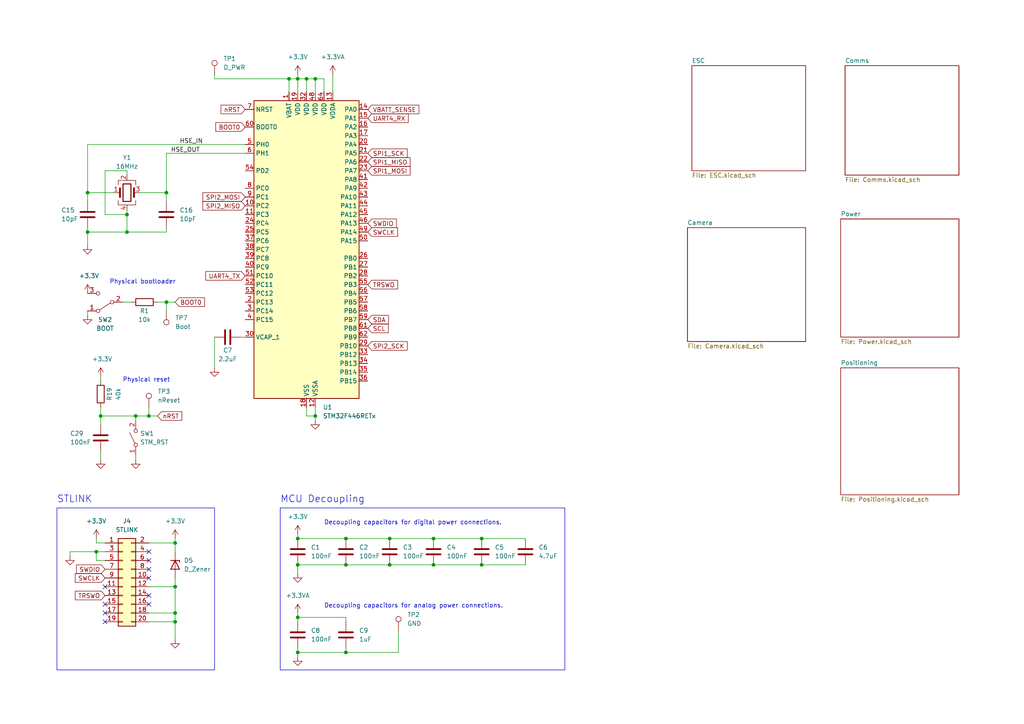
<source format=kicad_sch>
(kicad_sch (version 20230121) (generator eeschema)
  (paper "A4")
  (lib_symbols
    (symbol "Connector:TestPoint" (pin_numbers hide) (pin_names (offset 0.762) hide)
      (property "Reference" "TP" (at 0 6.858 0))
      (property "Value" "TestPoint" (at 0 5.08 0))
      (symbol "TestPoint_0_1"
        (circle (center 0 3.302) (radius 0.762))
      )
      (symbol "TestPoint_1_1"
        (pin passive line (at 0 0 90) (length 2.54) (name "1") (number "1"))
      )
    )
    (symbol "Connector_Generic:Conn_02x10_Odd_Even" (pin_names (offset 1.016) hide)
      (property "Reference" "J" (at 1.27 12.7 0))
      (property "Value" "Conn_02x10_Odd_Even" (at 1.27 -15.24 0))
      (symbol "Conn_02x10_Odd_Even_1_1"
        (rectangle (start -1.27 -12.573) (end 0 -12.827) (stroke (width 0.1524)))
        (rectangle (start -1.27 -10.033) (end 0 -10.287) (stroke (width 0.1524)))
        (rectangle (start -1.27 -7.493) (end 0 -7.747) (stroke (width 0.1524)))
        (rectangle (start -1.27 -4.953) (end 0 -5.207) (stroke (width 0.1524)))
        (rectangle (start -1.27 -2.413) (end 0 -2.667) (stroke (width 0.1524)))
        (rectangle (start -1.27 0.127) (end 0 -0.127) (stroke (width 0.1524)))
        (rectangle (start -1.27 2.667) (end 0 2.413) (stroke (width 0.1524)))
        (rectangle (start -1.27 5.207) (end 0 4.953) (stroke (width 0.1524)))
        (rectangle (start -1.27 7.747) (end 0 7.493) (stroke (width 0.1524)))
        (rectangle (start -1.27 10.287) (end 0 10.033) (stroke (width 0.1524)))
        (rectangle (start -1.27 11.43) (end 3.81 -13.97) (stroke (width 0.254)) (fill (type background)))
        (rectangle (start 3.81 -12.573) (end 2.54 -12.827) (stroke (width 0.1524)))
        (rectangle (start 3.81 -10.033) (end 2.54 -10.287) (stroke (width 0.1524)))
        (rectangle (start 3.81 -7.493) (end 2.54 -7.747) (stroke (width 0.1524)))
        (rectangle (start 3.81 -4.953) (end 2.54 -5.207) (stroke (width 0.1524)))
        (rectangle (start 3.81 -2.413) (end 2.54 -2.667) (stroke (width 0.1524)))
        (rectangle (start 3.81 0.127) (end 2.54 -0.127) (stroke (width 0.1524)))
        (rectangle (start 3.81 2.667) (end 2.54 2.413) (stroke (width 0.1524)))
        (rectangle (start 3.81 5.207) (end 2.54 4.953) (stroke (width 0.1524)))
        (rectangle (start 3.81 7.747) (end 2.54 7.493) (stroke (width 0.1524)))
        (rectangle (start 3.81 10.287) (end 2.54 10.033) (stroke (width 0.1524)))
        (pin passive line (at -5.08 10.16 0) (length 3.81) (name "Pin_1") (number "1"))
        (pin passive line (at 7.62 0 180) (length 3.81) (name "Pin_10") (number "10"))
        (pin passive line (at -5.08 -2.54 0) (length 3.81) (name "Pin_11") (number "11"))
        (pin passive line (at 7.62 -2.54 180) (length 3.81) (name "Pin_12") (number "12"))
        (pin passive line (at -5.08 -5.08 0) (length 3.81) (name "Pin_13") (number "13"))
        (pin passive line (at 7.62 -5.08 180) (length 3.81) (name "Pin_14") (number "14"))
        (pin passive line (at -5.08 -7.62 0) (length 3.81) (name "Pin_15") (number "15"))
        (pin passive line (at 7.62 -7.62 180) (length 3.81) (name "Pin_16") (number "16"))
        (pin passive line (at -5.08 -10.16 0) (length 3.81) (name "Pin_17") (number "17"))
        (pin passive line (at 7.62 -10.16 180) (length 3.81) (name "Pin_18") (number "18"))
        (pin passive line (at -5.08 -12.7 0) (length 3.81) (name "Pin_19") (number "19"))
        (pin passive line (at 7.62 10.16 180) (length 3.81) (name "Pin_2") (number "2"))
        (pin passive line (at 7.62 -12.7 180) (length 3.81) (name "Pin_20") (number "20"))
        (pin passive line (at -5.08 7.62 0) (length 3.81) (name "Pin_3") (number "3"))
        (pin passive line (at 7.62 7.62 180) (length 3.81) (name "Pin_4") (number "4"))
        (pin passive line (at -5.08 5.08 0) (length 3.81) (name "Pin_5") (number "5"))
        (pin passive line (at 7.62 5.08 180) (length 3.81) (name "Pin_6") (number "6"))
        (pin passive line (at -5.08 2.54 0) (length 3.81) (name "Pin_7") (number "7"))
        (pin passive line (at 7.62 2.54 180) (length 3.81) (name "Pin_8") (number "8"))
        (pin passive line (at -5.08 0 0) (length 3.81) (name "Pin_9") (number "9"))
      )
    )
    (symbol "Device:C" (pin_numbers hide) (pin_names (offset 0.254))
      (property "Reference" "C" (at 0.635 2.54 0))
      (property "Value" "C" (at 0.635 -2.54 0))
      (symbol "C_0_1"
        (polyline (pts (xy -2.032 -0.762) (xy 2.032 -0.762)) (stroke (width 0.508)))
        (polyline (pts (xy -2.032 0.762) (xy 2.032 0.762)) (stroke (width 0.508)))
      )
      (symbol "C_1_1"
        (pin passive line (at 0 3.81 270) (length 2.794) (name "~") (number "1"))
        (pin passive line (at 0 -3.81 90) (length 2.794) (name "~") (number "2"))
      )
    )
    (symbol "Device:Crystal_GND24" (pin_names (offset 1.016) hide)
      (property "Reference" "Y" (at 3.175 5.08 0))
      (property "Value" "Crystal_GND24" (at 3.175 3.175 0))
      (symbol "Crystal_GND24_0_1"
        (rectangle (start -1.143 2.54) (end 1.143 -2.54) (stroke (width 0.3048)))
        (polyline (pts (xy -2.54 0) (xy -2.032 0)))
        (polyline (pts (xy -2.032 -1.27) (xy -2.032 1.27)) (stroke (width 0.508)))
        (polyline (pts (xy 0 -3.81) (xy 0 -3.556)))
        (polyline (pts (xy 0 3.556) (xy 0 3.81)))
        (polyline (pts (xy 2.032 -1.27) (xy 2.032 1.27)) (stroke (width 0.508)))
        (polyline (pts (xy 2.032 0) (xy 2.54 0)))
        (polyline (pts (xy -2.54 -2.286) (xy -2.54 -3.556) (xy 2.54 -3.556) (xy 2.54 -2.286)))
        (polyline (pts (xy -2.54 2.286) (xy -2.54 3.556) (xy 2.54 3.556) (xy 2.54 2.286)))
      )
      (symbol "Crystal_GND24_1_1"
        (pin passive line (at -3.81 0 0) (length 1.27) (name "1") (number "1"))
        (pin passive line (at 0 5.08 270) (length 1.27) (name "2") (number "2"))
        (pin passive line (at 3.81 0 180) (length 1.27) (name "3") (number "3"))
        (pin passive line (at 0 -5.08 90) (length 1.27) (name "4") (number "4"))
      )
    )
    (symbol "Device:D_Zener" (pin_numbers hide) (pin_names (offset 1.016) hide)
      (property "Reference" "D" (at 0 2.54 0))
      (property "Value" "D_Zener" (at 0 -2.54 0))
      (symbol "D_Zener_0_1"
        (polyline (pts (xy 1.27 0) (xy -1.27 0)))
        (polyline (pts (xy -1.27 -1.27) (xy -1.27 1.27) (xy -0.762 1.27)) (stroke (width 0.254)))
        (polyline (pts (xy 1.27 -1.27) (xy 1.27 1.27) (xy -1.27 0) (xy 1.27 -1.27)) (stroke (width 0.254)))
      )
      (symbol "D_Zener_1_1"
        (pin passive line (at -3.81 0 0) (length 2.54) (name "K") (number "1"))
        (pin passive line (at 3.81 0 180) (length 2.54) (name "A") (number "2"))
      )
    )
    (symbol "Device:R" (pin_numbers hide) (pin_names (offset 0))
      (property "Reference" "R" (at 2.032 0 90))
      (property "Value" "R" (at 0 0 90))
      (symbol "R_0_1"
        (rectangle (start -1.016 -2.54) (end 1.016 2.54) (stroke (width 0.254)))
      )
      (symbol "R_1_1"
        (pin passive line (at 0 3.81 270) (length 1.27) (name "~") (number "1"))
        (pin passive line (at 0 -3.81 90) (length 1.27) (name "~") (number "2"))
      )
    )
    (symbol "MCU_ST_STM32F4:STM32F446RETx"
      (property "Reference" "U" (at -15.24 44.45 0))
      (property "Value" "STM32F446RETx" (at 10.16 44.45 0))
      (symbol "STM32F446RETx_0_1"
        (rectangle (start -15.24 -43.18) (end 15.24 43.18) (stroke (width 0.254)) (fill (type background)))
      )
      (symbol "STM32F446RETx_1_1"
        (pin power_in line (at -5.08 45.72 270) (length 2.54) (name "VBAT") (number "1"))
        (pin bidirectional line (at -17.78 12.7 0) (length 2.54) (name "PC2") (number "10"))
        (pin bidirectional line (at -17.78 10.16 0) (length 2.54) (name "PC3") (number "11"))
        (pin power_in line (at 2.54 -45.72 90) (length 2.54) (name "VSSA") (number "12"))
        (pin power_in line (at 7.62 45.72 270) (length 2.54) (name "VDDA") (number "13"))
        (pin bidirectional line (at 17.78 40.64 180) (length 2.54) (name "PA0") (number "14"))
        (pin bidirectional line (at 17.78 38.1 180) (length 2.54) (name "PA1") (number "15"))
        (pin bidirectional line (at 17.78 35.56 180) (length 2.54) (name "PA2") (number "16"))
        (pin bidirectional line (at 17.78 33.02 180) (length 2.54) (name "PA3") (number "17"))
        (pin power_in line (at 0 -45.72 90) (length 2.54) (name "VSS") (number "18"))
        (pin power_in line (at -2.54 45.72 270) (length 2.54) (name "VDD") (number "19"))
        (pin bidirectional line (at -17.78 -15.24 0) (length 2.54) (name "PC13") (number "2"))
        (pin bidirectional line (at 17.78 30.48 180) (length 2.54) (name "PA4") (number "20"))
        (pin bidirectional line (at 17.78 27.94 180) (length 2.54) (name "PA5") (number "21"))
        (pin bidirectional line (at 17.78 25.4 180) (length 2.54) (name "PA6") (number "22"))
        (pin bidirectional line (at 17.78 22.86 180) (length 2.54) (name "PA7") (number "23"))
        (pin bidirectional line (at -17.78 7.62 0) (length 2.54) (name "PC4") (number "24"))
        (pin bidirectional line (at -17.78 5.08 0) (length 2.54) (name "PC5") (number "25"))
        (pin bidirectional line (at 17.78 -2.54 180) (length 2.54) (name "PB0") (number "26"))
        (pin bidirectional line (at 17.78 -5.08 180) (length 2.54) (name "PB1") (number "27"))
        (pin bidirectional line (at 17.78 -7.62 180) (length 2.54) (name "PB2") (number "28"))
        (pin bidirectional line (at 17.78 -27.94 180) (length 2.54) (name "PB10") (number "29"))
        (pin bidirectional line (at -17.78 -17.78 0) (length 2.54) (name "PC14") (number "3"))
        (pin power_out line (at -17.78 -25.4 0) (length 2.54) (name "VCAP_1") (number "30"))
        (pin passive line (at 0 -45.72 90) (length 2.54) hide (name "VSS") (number "31"))
        (pin power_in line (at 0 45.72 270) (length 2.54) (name "VDD") (number "32"))
        (pin bidirectional line (at 17.78 -30.48 180) (length 2.54) (name "PB12") (number "33"))
        (pin bidirectional line (at 17.78 -33.02 180) (length 2.54) (name "PB13") (number "34"))
        (pin bidirectional line (at 17.78 -35.56 180) (length 2.54) (name "PB14") (number "35"))
        (pin bidirectional line (at 17.78 -38.1 180) (length 2.54) (name "PB15") (number "36"))
        (pin bidirectional line (at -17.78 2.54 0) (length 2.54) (name "PC6") (number "37"))
        (pin bidirectional line (at -17.78 0 0) (length 2.54) (name "PC7") (number "38"))
        (pin bidirectional line (at -17.78 -2.54 0) (length 2.54) (name "PC8") (number "39"))
        (pin bidirectional line (at -17.78 -20.32 0) (length 2.54) (name "PC15") (number "4"))
        (pin bidirectional line (at -17.78 -5.08 0) (length 2.54) (name "PC9") (number "40"))
        (pin bidirectional line (at 17.78 20.32 180) (length 2.54) (name "PA8") (number "41"))
        (pin bidirectional line (at 17.78 17.78 180) (length 2.54) (name "PA9") (number "42"))
        (pin bidirectional line (at 17.78 15.24 180) (length 2.54) (name "PA10") (number "43"))
        (pin bidirectional line (at 17.78 12.7 180) (length 2.54) (name "PA11") (number "44"))
        (pin bidirectional line (at 17.78 10.16 180) (length 2.54) (name "PA12") (number "45"))
        (pin bidirectional line (at 17.78 7.62 180) (length 2.54) (name "PA13") (number "46"))
        (pin passive line (at 0 -45.72 90) (length 2.54) hide (name "VSS") (number "47"))
        (pin power_in line (at 2.54 45.72 270) (length 2.54) (name "VDD") (number "48"))
        (pin bidirectional line (at 17.78 5.08 180) (length 2.54) (name "PA14") (number "49"))
        (pin bidirectional line (at -17.78 30.48 0) (length 2.54) (name "PH0") (number "5"))
        (pin bidirectional line (at 17.78 2.54 180) (length 2.54) (name "PA15") (number "50"))
        (pin bidirectional line (at -17.78 -7.62 0) (length 2.54) (name "PC10") (number "51"))
        (pin bidirectional line (at -17.78 -10.16 0) (length 2.54) (name "PC11") (number "52"))
        (pin bidirectional line (at -17.78 -12.7 0) (length 2.54) (name "PC12") (number "53"))
        (pin bidirectional line (at -17.78 22.86 0) (length 2.54) (name "PD2") (number "54"))
        (pin bidirectional line (at 17.78 -10.16 180) (length 2.54) (name "PB3") (number "55"))
        (pin bidirectional line (at 17.78 -12.7 180) (length 2.54) (name "PB4") (number "56"))
        (pin bidirectional line (at 17.78 -15.24 180) (length 2.54) (name "PB5") (number "57"))
        (pin bidirectional line (at 17.78 -17.78 180) (length 2.54) (name "PB6") (number "58"))
        (pin bidirectional line (at 17.78 -20.32 180) (length 2.54) (name "PB7") (number "59"))
        (pin bidirectional line (at -17.78 27.94 0) (length 2.54) (name "PH1") (number "6"))
        (pin input line (at -17.78 35.56 0) (length 2.54) (name "BOOT0") (number "60"))
        (pin bidirectional line (at 17.78 -22.86 180) (length 2.54) (name "PB8") (number "61"))
        (pin bidirectional line (at 17.78 -25.4 180) (length 2.54) (name "PB9") (number "62"))
        (pin passive line (at 0 -45.72 90) (length 2.54) hide (name "VSS") (number "63"))
        (pin power_in line (at 5.08 45.72 270) (length 2.54) (name "VDD") (number "64"))
        (pin input line (at -17.78 40.64 0) (length 2.54) (name "NRST") (number "7"))
        (pin bidirectional line (at -17.78 17.78 0) (length 2.54) (name "PC0") (number "8"))
        (pin bidirectional line (at -17.78 15.24 0) (length 2.54) (name "PC1") (number "9"))
      )
    )
    (symbol "Switch:SW_SPDT" (pin_names (offset 0) hide)
      (property "Reference" "SW" (at 0 4.318 0))
      (property "Value" "SW_SPDT" (at 0 -5.08 0))
      (symbol "SW_SPDT_0_0"
        (circle (center -2.032 0) (radius 0.508))
        (circle (center 2.032 -2.54) (radius 0.508))
      )
      (symbol "SW_SPDT_0_1"
        (polyline (pts (xy -1.524 0.254) (xy 1.651 2.286)))
        (circle (center 2.032 2.54) (radius 0.508))
      )
      (symbol "SW_SPDT_1_1"
        (pin passive line (at 5.08 2.54 180) (length 2.54) (name "A") (number "1"))
        (pin passive line (at -5.08 0 0) (length 2.54) (name "B") (number "2"))
        (pin passive line (at 5.08 -2.54 180) (length 2.54) (name "C") (number "3"))
      )
    )
    (symbol "Switch:SW_SPST" (pin_names (offset 0) hide)
      (property "Reference" "SW" (at 0 3.175 0))
      (property "Value" "SW_SPST" (at 0 -2.54 0))
      (symbol "SW_SPST_0_0"
        (circle (center -2.032 0) (radius 0.508))
        (polyline (pts (xy -1.524 0.254) (xy 1.524 1.778)))
        (circle (center 2.032 0) (radius 0.508))
      )
      (symbol "SW_SPST_1_1"
        (pin passive line (at -5.08 0 0) (length 2.54) (name "A") (number "1"))
        (pin passive line (at 5.08 0 180) (length 2.54) (name "B") (number "2"))
      )
    )
    (symbol "power:+3.3V" (power) (pin_names (offset 0))
      (property "Value" "+3.3V" (at 0 3.556 0))
      (symbol "+3.3V_0_1"
        (polyline (pts (xy -0.762 1.27) (xy 0 2.54)))
        (polyline (pts (xy 0 0) (xy 0 2.54)))
        (polyline (pts (xy 0 2.54) (xy 0.762 1.27)))
      )
      (symbol "+3.3V_1_1"
        (pin power_in line (at 0 0 90) (length 0) hide (name "+3.3V") (number "1"))
      )
    )
    (symbol "power:+3.3VA" (power) (pin_names (offset 0))
      (property "Value" "+3.3VA" (at 0 3.556 0))
      (symbol "+3.3VA_0_1"
        (polyline (pts (xy -0.762 1.27) (xy 0 2.54)))
        (polyline (pts (xy 0 0) (xy 0 2.54)))
        (polyline (pts (xy 0 2.54) (xy 0.762 1.27)))
      )
      (symbol "+3.3VA_1_1"
        (pin power_in line (at 0 0 90) (length 0) hide (name "+3.3VA") (number "1"))
      )
    )
    (symbol "power:GND" (power) (pin_names (offset 0))
      (property "Value" "GND" (at 0 -3.81 0))
      (symbol "GND_0_1"
        (polyline (pts (xy 0 0) (xy 0 -1.27) (xy 1.27 -1.27) (xy 0 -2.54) (xy -1.27 -1.27) (xy 0 -1.27)))
      )
      (symbol "GND_1_1"
        (pin power_in line (at 0 0 270) (length 0) hide (name "GND") (number "1"))
      )
    )
  )
  (junction (at 83.82 22.86))
  (junction (at 36.83 62.23))
  (junction (at 50.8 177.8))
  (junction (at 39.37 120.65))
  (junction (at 48.26 55.88))
  (junction (at 25.4 55.88))
  (junction (at 91.44 120.65))
  (junction (at 113.03 163.83))
  (junction (at 86.36 189.23))
  (junction (at 100.33 189.23))
  (junction (at 50.8 157.48))
  (junction (at 86.36 179.07))
  (junction (at 36.83 67.31))
  (junction (at 91.44 22.86))
  (junction (at 86.36 22.86))
  (junction (at 86.36 163.83))
  (junction (at 25.4 67.31))
  (junction (at 43.18 120.65))
  (junction (at 50.8 180.34))
  (junction (at 27.94 160.02))
  (junction (at 48.26 87.63))
  (junction (at 86.36 156.21))
  (junction (at 88.9 22.86))
  (junction (at 29.21 120.65))
  (junction (at 100.33 163.83))
  (junction (at 113.03 156.21))
  (junction (at 139.7 156.21))
  (junction (at 125.73 163.83))
  (junction (at 50.8 170.18))
  (junction (at 100.33 156.21))
  (junction (at 139.7 163.83))
  (junction (at 125.73 156.21))
  (no_connect (at 30.48 170.18))
  (no_connect (at 43.18 162.56))
  (no_connect (at 43.18 165.1))
  (no_connect (at 43.18 160.02))
  (no_connect (at 30.48 177.8))
  (no_connect (at 30.48 175.26))
  (no_connect (at 43.18 175.26))
  (no_connect (at 43.18 172.72))
  (no_connect (at 30.48 180.34))
  (no_connect (at 43.18 167.64))
  (wire (pts (xy 91.44 120.65) (xy 91.44 121.92)))
  (wire (pts (xy 96.52 21.59) (xy 96.52 26.67)))
  (wire (pts (xy 48.26 67.31) (xy 36.83 67.31)))
  (wire (pts (xy 86.36 21.59) (xy 86.36 22.86)))
  (wire (pts (xy 48.26 90.17) (xy 48.26 87.63)))
  (wire (pts (xy 115.57 182.88) (xy 115.57 189.23)))
  (wire (pts (xy 100.33 156.21) (xy 113.03 156.21)))
  (wire (pts (xy 36.83 67.31) (xy 36.83 62.23)))
  (wire (pts (xy 50.8 177.8) (xy 50.8 170.18)))
  (wire (pts (xy 88.9 22.86) (xy 91.44 22.86)))
  (wire (pts (xy 25.4 55.88) (xy 25.4 58.42)))
  (wire (pts (xy 88.9 118.11) (xy 88.9 120.65)))
  (wire (pts (xy 27.94 160.02) (xy 30.48 160.02)))
  (wire (pts (xy 43.18 180.34) (xy 50.8 180.34)))
  (wire (pts (xy 29.21 109.22) (xy 29.21 110.49)))
  (wire (pts (xy 43.18 118.11) (xy 43.18 120.65)))
  (wire (pts (xy 83.82 22.86) (xy 86.36 22.86)))
  (wire (pts (xy 36.83 62.23) (xy 36.83 60.96)))
  (wire (pts (xy 30.48 162.56) (xy 27.94 162.56)))
  (wire (pts (xy 86.36 163.83) (xy 86.36 166.37)))
  (wire (pts (xy 93.98 26.67) (xy 93.98 22.86)))
  (wire (pts (xy 39.37 121.92) (xy 39.37 120.65)))
  (wire (pts (xy 43.18 177.8) (xy 50.8 177.8)))
  (wire (pts (xy 100.33 180.34) (xy 100.33 179.07)))
  (wire (pts (xy 62.23 97.79) (xy 62.23 106.68)))
  (wire (pts (xy 29.21 120.65) (xy 39.37 120.65)))
  (wire (pts (xy 62.23 21.59) (xy 62.23 22.86)))
  (wire (pts (xy 29.21 133.35) (xy 29.21 130.81)))
  (wire (pts (xy 125.73 163.83) (xy 139.7 163.83)))
  (wire (pts (xy 29.21 120.65) (xy 29.21 123.19)))
  (wire (pts (xy 91.44 22.86) (xy 93.98 22.86)))
  (wire (pts (xy 62.23 22.86) (xy 83.82 22.86)))
  (wire (pts (xy 30.48 49.53) (xy 36.83 49.53)))
  (wire (pts (xy 50.8 87.63) (xy 48.26 87.63)))
  (wire (pts (xy 25.4 66.04) (xy 25.4 67.31)))
  (wire (pts (xy 83.82 26.67) (xy 83.82 22.86)))
  (wire (pts (xy 48.26 55.88) (xy 40.64 55.88)))
  (wire (pts (xy 86.36 156.21) (xy 100.33 156.21)))
  (wire (pts (xy 27.94 157.48) (xy 30.48 157.48)))
  (wire (pts (xy 43.18 120.65) (xy 45.72 120.65)))
  (wire (pts (xy 113.03 156.21) (xy 125.73 156.21)))
  (wire (pts (xy 113.03 163.83) (xy 125.73 163.83)))
  (wire (pts (xy 100.33 187.96) (xy 100.33 189.23)))
  (wire (pts (xy 39.37 133.35) (xy 39.37 132.08)))
  (wire (pts (xy 48.26 66.04) (xy 48.26 67.31)))
  (wire (pts (xy 48.26 87.63) (xy 45.72 87.63)))
  (wire (pts (xy 48.26 44.45) (xy 48.26 55.88)))
  (wire (pts (xy 50.8 167.64) (xy 50.8 170.18)))
  (wire (pts (xy 86.36 22.86) (xy 88.9 22.86)))
  (wire (pts (xy 43.18 170.18) (xy 50.8 170.18)))
  (wire (pts (xy 25.4 91.44) (xy 25.4 90.17)))
  (wire (pts (xy 33.02 55.88) (xy 25.4 55.88)))
  (wire (pts (xy 50.8 157.48) (xy 50.8 160.02)))
  (wire (pts (xy 88.9 120.65) (xy 91.44 120.65)))
  (wire (pts (xy 100.33 189.23) (xy 86.36 189.23)))
  (wire (pts (xy 50.8 157.48) (xy 43.18 157.48)))
  (wire (pts (xy 91.44 118.11) (xy 91.44 120.65)))
  (wire (pts (xy 48.26 55.88) (xy 48.26 58.42)))
  (wire (pts (xy 39.37 120.65) (xy 43.18 120.65)))
  (wire (pts (xy 86.36 190.5) (xy 86.36 189.23)))
  (wire (pts (xy 25.4 55.88) (xy 25.4 41.91)))
  (wire (pts (xy 139.7 156.21) (xy 152.4 156.21)))
  (wire (pts (xy 27.94 156.21) (xy 27.94 157.48)))
  (wire (pts (xy 50.8 180.34) (xy 50.8 177.8)))
  (wire (pts (xy 86.36 163.83) (xy 100.33 163.83)))
  (wire (pts (xy 139.7 163.83) (xy 152.4 163.83)))
  (wire (pts (xy 71.12 97.79) (xy 69.85 97.79)))
  (wire (pts (xy 88.9 22.86) (xy 88.9 26.67)))
  (wire (pts (xy 36.83 49.53) (xy 36.83 50.8)))
  (wire (pts (xy 35.56 87.63) (xy 38.1 87.63)))
  (wire (pts (xy 100.33 189.23) (xy 115.57 189.23)))
  (wire (pts (xy 30.48 49.53) (xy 30.48 62.23)))
  (wire (pts (xy 86.36 154.94) (xy 86.36 156.21)))
  (wire (pts (xy 48.26 44.45) (xy 71.12 44.45)))
  (wire (pts (xy 20.32 160.02) (xy 27.94 160.02)))
  (wire (pts (xy 86.36 189.23) (xy 86.36 187.96)))
  (wire (pts (xy 86.36 22.86) (xy 86.36 26.67)))
  (wire (pts (xy 27.94 162.56) (xy 27.94 160.02)))
  (wire (pts (xy 86.36 177.8) (xy 86.36 179.07)))
  (wire (pts (xy 125.73 156.21) (xy 139.7 156.21)))
  (wire (pts (xy 30.48 62.23) (xy 36.83 62.23)))
  (wire (pts (xy 50.8 156.21) (xy 50.8 157.48)))
  (wire (pts (xy 91.44 26.67) (xy 91.44 22.86)))
  (wire (pts (xy 20.32 160.02) (xy 20.32 161.29)))
  (wire (pts (xy 25.4 67.31) (xy 36.83 67.31)))
  (wire (pts (xy 29.21 118.11) (xy 29.21 120.65)))
  (wire (pts (xy 25.4 67.31) (xy 25.4 71.12)))
  (wire (pts (xy 86.36 179.07) (xy 86.36 180.34)))
  (wire (pts (xy 50.8 185.42) (xy 50.8 180.34)))
  (wire (pts (xy 25.4 41.91) (xy 71.12 41.91)))
  (wire (pts (xy 100.33 179.07) (xy 86.36 179.07)))
  (wire (pts (xy 100.33 163.83) (xy 113.03 163.83)))
  (rectangle (start 81.28 147.32) (end 163.83 194.31))
  (rectangle (start 16.51 147.32) (end 62.23 194.31))
  (text "STLINK\n" (at 16.51 146.05 0) (effects (font (size 2 2)) (justify left bottom)))
  (text "MCU Decoupling\n" (at 81.28 146.05 0) (effects (font (size 2 2)) (justify left bottom)))
  (text "Physical reset\n\n" (at 35.56 113.03 0) (effects (font (size 1.27 1.27)) (justify left bottom)))
  (text "Physical bootloader\n" (at 31.75 82.55 0) (effects (font (size 1.27 1.27)) (justify left bottom)))
  (text "Decoupling capacitors for digital power connections.\n" (at 93.98 152.4 0) (effects (font (size 1.27 1.27)) (justify left bottom)))
  (text "Decoupling capacitors for analog power connections.\n" (at 93.98 176.53 0) (effects (font (size 1.27 1.27)) (justify left bottom)))
  (label "HSE_OUT" (at 49.53 44.45 0))
  (label "HSE_IN" (at 52.07 41.91 0))
  (global_label "SWCLK" (shape input) (at 30.48 167.64 180) (property "Intersheetrefs" "${INTERSHEET_REFS}" (effects hide)))
  (global_label "nRST" (shape input) (at 71.12 31.75 180) (property "Intersheetrefs" "${INTERSHEET_REFS}" (effects hide)))
  (global_label "SPI2_SCK" (shape input) (at 106.68 100.33 0) (property "Intersheetrefs" "${INTERSHEET_REFS}" (effects hide)))
  (global_label "SWDIO" (shape input) (at 30.48 165.1 180) (property "Intersheetrefs" "${INTERSHEET_REFS}" (effects hide)))
  (global_label "SPI2_MISO" (shape input) (at 71.12 59.69 180) (property "Intersheetrefs" "${INTERSHEET_REFS}" (effects hide)))
  (global_label "BOOT0" (shape input) (at 50.8 87.63 0) (property "Intersheetrefs" "${INTERSHEET_REFS}" (effects hide)))
  (global_label "VBATT_SENSE" (shape input) (at 106.68 31.75 0) (property "Intersheetrefs" "${INTERSHEET_REFS}" (effects hide)))
  (global_label "UART4_TX" (shape input) (at 71.12 80.01 180) (property "Intersheetrefs" "${INTERSHEET_REFS}" (effects hide)))
  (global_label "SWCLK" (shape input) (at 106.68 67.31 0) (property "Intersheetrefs" "${INTERSHEET_REFS}" (effects hide)))
  (global_label "TRSWO" (shape input) (at 106.68 82.55 0) (property "Intersheetrefs" "${INTERSHEET_REFS}" (effects hide)))
  (global_label "SPI1_SCK" (shape input) (at 106.68 44.45 0) (property "Intersheetrefs" "${INTERSHEET_REFS}" (effects hide)))
  (global_label "UART4_RX" (shape input) (at 106.68 34.29 0) (property "Intersheetrefs" "${INTERSHEET_REFS}" (effects hide)))
  (global_label "SPI1_MOSI" (shape input) (at 106.68 49.53 0) (property "Intersheetrefs" "${INTERSHEET_REFS}" (effects hide)))
  (global_label "BOOT0" (shape input) (at 71.12 36.83 180) (property "Intersheetrefs" "${INTERSHEET_REFS}" (effects hide)))
  (global_label "SPI1_MISO" (shape input) (at 106.68 46.99 0) (property "Intersheetrefs" "${INTERSHEET_REFS}" (effects hide)))
  (global_label "nRST" (shape input) (at 45.72 120.65 0) (property "Intersheetrefs" "${INTERSHEET_REFS}" (effects hide)))
  (global_label "SPI2_MOSI" (shape input) (at 71.12 57.15 180) (property "Intersheetrefs" "${INTERSHEET_REFS}" (effects hide)))
  (global_label "TRSWO" (shape input) (at 30.48 172.72 180) (property "Intersheetrefs" "${INTERSHEET_REFS}" (effects hide)))
  (global_label "SDA" (shape input) (at 106.68 92.71 0) (property "Intersheetrefs" "${INTERSHEET_REFS}" (effects hide)))
  (global_label "SCL" (shape input) (at 106.68 95.25 0) (property "Intersheetrefs" "${INTERSHEET_REFS}" (effects hide)))
  (global_label "SWDIO" (shape input) (at 106.68 64.77 0) (property "Intersheetrefs" "${INTERSHEET_REFS}" (effects hide)))
  (symbol (lib_id "MCU_ST_STM32F4:STM32F446RETx") (at 88.9 72.39 0) (unit 1)
    (property "Reference" "U1" (at 93.6341 118.11 0) (effects (justify left)))
    (property "Value" "STM32F446RETx" (at 93.6341 120.65 0) (effects (justify left)))
    (property "Footprint" "Package_QFP:LQFP-64_10x10mm_P0.5mm" (effects hide))
    (property "Datasheet" "https://www.st.com/resource/en/datasheet/stm32f446re.pdf" (effects hide))
  )
  (symbol (lib_id "power:GND") (at 86.36 190.5 0) (unit 1)
    (property "Reference" "#PWR08" (effects hide))
    (property "Value" "GND" (effects hide))
  )
  (symbol (lib_id "power:GND") (at 29.21 133.35 0) (unit 1)
    (property "Reference" "#PWR060" (effects hide))
    (property "Value" "GND" (effects hide))
  )
  (symbol (lib_id "Device:C") (at 125.73 160.02 0) (unit 1)
    (property "Reference" "C4" (at 129.54 158.75 0) (effects (justify left)))
    (property "Value" "100nF" (at 129.54 161.29 0) (effects (justify left)))
    (property "Footprint" "Capacitor_SMD:C_0603_1608Metric" (effects hide))
    (property "Datasheet" "~ceramic" (effects hide))
  )
  (symbol (lib_id "Connector:TestPoint") (at 115.57 182.88 0) (unit 1)
    (property "Reference" "TP2" (at 118.11 178.308 0) (effects (justify left)))
    (property "Value" "GND" (at 118.11 180.848 0) (effects (justify left)))
    (property "Footprint" "TestPoint:TestPoint_Pad_D2.0mm" (effects hide))
  )
  (symbol (lib_id "power:GND") (at 20.32 161.29 0) (unit 1)
    (property "Reference" "#PWR026" (effects hide))
    (property "Value" "GND" (effects hide))
  )
  (symbol (lib_id "Connector:TestPoint") (at 48.26 90.17 180) (unit 1)
    (property "Reference" "TP7" (at 50.8 92.202 0) (effects (justify right)))
    (property "Value" "Boot" (at 50.8 94.742 0) (effects (justify right)))
    (property "Footprint" "TestPoint:TestPoint_Pad_D2.0mm" (effects hide))
  )
  (symbol (lib_id "Device:C") (at 139.7 160.02 0) (unit 1)
    (property "Reference" "C5" (at 143.51 158.75 0) (effects (justify left)))
    (property "Value" "100nF" (at 143.51 161.29 0) (effects (justify left)))
    (property "Footprint" "Capacitor_SMD:C_0603_1608Metric" (effects hide))
    (property "Datasheet" "~ceramic" (effects hide))
  )
  (symbol (lib_id "Device:C") (at 152.4 160.02 0) (unit 1)
    (property "Reference" "C6" (at 156.21 158.75 0) (effects (justify left)))
    (property "Value" "4.7uF" (at 156.21 161.29 0) (effects (justify left)))
    (property "Datasheet" "~ ceramic" (effects hide))
  )
  (symbol (lib_id "power:GND") (at 25.4 91.44 0) (unit 1)
    (property "Reference" "#PWR010" (effects hide))
    (property "Value" "GND" (effects hide))
  )
  (symbol (lib_id "power:GND") (at 50.8 185.42 0) (unit 1)
    (property "Reference" "#PWR027" (effects hide))
    (property "Value" "GND" (effects hide))
  )
  (symbol (lib_id "power:GND") (at 91.44 121.92 0) (unit 1)
    (property "Reference" "#PWR02" (effects hide))
    (property "Value" "GND" (effects hide))
  )
  (symbol (lib_id "Connector_Generic:Conn_02x10_Odd_Even") (at 35.56 167.64 0) (unit 1)
    (property "Reference" "J4" (at 36.83 151.13 0))
    (property "Value" "STLINK" (at 36.83 153.67 0))
  )
  (symbol (lib_id "power:GND") (at 62.23 106.68 0) (unit 1)
    (property "Reference" "#PWR05" (effects hide))
    (property "Value" "GND" (effects hide))
  )
  (symbol (lib_id "Device:C") (at 29.21 127 0) (unit 1)
    (property "Reference" "C29" (at 20.32 125.73 0) (effects (justify left)))
    (property "Value" "100nF" (at 20.32 128.27 0) (effects (justify left)))
  )
  (symbol (lib_id "power:+3.3VA") (at 86.36 177.8 0) (unit 1)
    (property "Reference" "#PWR07" (effects hide))
    (property "Value" "+3.3VA" (at 86.36 172.72 0))
  )
  (symbol (lib_id "power:GND") (at 86.36 166.37 0) (unit 1)
    (property "Reference" "#PWR04" (effects hide))
    (property "Value" "GND" (effects hide))
  )
  (symbol (lib_id "Switch:SW_SPDT") (at 30.48 87.63 180) (unit 1)
    (property "Reference" "SW2" (at 30.48 92.71 0))
    (property "Value" "BOOT" (at 30.48 95.25 0))
  )
  (symbol (lib_id "Connector:TestPoint") (at 43.18 118.11 0) (unit 1)
    (property "Reference" "TP3" (at 45.72 113.538 0) (effects (justify left)))
    (property "Value" "nReset" (at 45.72 116.078 0) (effects (justify left)))
    (property "Footprint" "TestPoint:TestPoint_Pad_D2.0mm" (effects hide))
  )
  (symbol (lib_id "Device:R") (at 41.91 87.63 90) (unit 1)
    (property "Reference" "R1" (at 41.91 90.17 90))
    (property "Value" "10k" (at 41.91 92.71 90))
    (property "Footprint" "Resistor_SMD:R_0603_1608Metric" (effects hide))
  )
  (symbol (lib_id "power:GND") (at 39.37 133.35 0) (unit 1)
    (property "Reference" "#PWR061" (effects hide))
    (property "Value" "GND" (effects hide))
  )
  (symbol (lib_id "power:+3.3V") (at 29.21 109.22 0) (unit 1)
    (property "Reference" "#PWR059" (effects hide))
    (property "Value" "+3.3V" (at 26.67 104.14 0) (effects (justify left)))
  )
  (symbol (lib_id "Device:D_Zener") (at 50.8 163.83 270) (unit 1)
    (property "Reference" "D5" (at 53.34 162.56 90) (effects (justify left)))
    (property "Value" "D_Zener" (at 53.34 165.1 90) (effects (justify left)))
  )
  (symbol (lib_id "Device:C") (at 66.04 97.79 90) (unit 1)
    (property "Reference" "C7" (at 66.04 101.6 90))
    (property "Value" "2.2uF" (at 66.04 104.14 90))
    (property "Datasheet" "~ ceramic" (effects hide))
  )
  (symbol (lib_id "power:+3.3V") (at 25.4 85.09 0) (unit 1)
    (property "Reference" "#PWR09" (effects hide))
    (property "Value" "+3.3V" (at 22.86 80.01 0) (effects (justify left)))
  )
  (symbol (lib_id "power:+3.3V") (at 86.36 154.94 0) (unit 1)
    (property "Reference" "#PWR03" (effects hide))
    (property "Value" "+3.3V" (at 86.36 149.86 0))
  )
  (symbol (lib_id "Device:C") (at 86.36 160.02 0) (unit 1)
    (property "Reference" "C1" (at 90.17 158.75 0) (effects (justify left)))
    (property "Value" "100nF" (at 90.17 161.29 0) (effects (justify left)))
    (property "Footprint" "Capacitor_SMD:C_0603_1608Metric" (effects hide))
    (property "Datasheet" "~ceramic" (effects hide))
  )
  (symbol (lib_id "Device:C") (at 100.33 184.15 0) (unit 1)
    (property "Reference" "C9" (at 104.14 182.88 0) (effects (justify left)))
    (property "Value" "1uF" (at 104.14 185.42 0) (effects (justify left)))
    (property "Datasheet" "~ ceramic" (effects hide))
  )
  (symbol (lib_id "power:+3.3VA") (at 96.52 21.59 0) (unit 1)
    (property "Reference" "#PWR06" (effects hide))
    (property "Value" "+3.3VA" (at 96.52 16.51 0))
  )
  (symbol (lib_id "Device:C") (at 48.26 62.23 0) (unit 1)
    (property "Reference" "C16" (at 52.07 60.96 0) (effects (justify left)))
    (property "Value" "10pF" (at 52.07 63.5 0) (effects (justify left)))
  )
  (symbol (lib_id "Device:C") (at 25.4 62.23 0) (unit 1)
    (property "Reference" "C15" (at 17.78 60.96 0) (effects (justify left)))
    (property "Value" "10pF" (at 17.78 63.5 0) (effects (justify left)))
  )
  (symbol (lib_id "power:GND") (at 25.4 71.12 0) (unit 1)
    (property "Reference" "#PWR028" (effects hide))
    (property "Value" "GND" (effects hide))
  )
  (symbol (lib_id "power:+3.3V") (at 27.94 156.21 0) (unit 1)
    (property "Reference" "#PWR025" (effects hide))
    (property "Value" "+3.3V" (at 27.94 151.13 0))
  )
  (symbol (lib_id "Switch:SW_SPST") (at 39.37 127 90) (unit 1)
    (property "Reference" "SW1" (at 40.64 125.73 90) (effects (justify right)))
    (property "Value" "STM_RST" (at 40.64 128.27 90) (effects (justify right)))
  )
  (symbol (lib_id "power:+3.3V") (at 86.36 21.59 0) (unit 1)
    (property "Reference" "#PWR01" (effects hide))
    (property "Value" "+3.3V" (at 86.36 16.51 0))
  )
  (symbol (lib_id "Connector:TestPoint") (at 62.23 21.59 0) (unit 1)
    (property "Reference" "TP1" (at 64.77 17.018 0) (effects (justify left)))
    (property "Value" "D_PWR" (at 64.77 19.558 0) (effects (justify left)))
    (property "Footprint" "TestPoint:TestPoint_Pad_D2.0mm" (effects hide))
  )
  (symbol (lib_id "Device:C") (at 100.33 160.02 0) (unit 1)
    (property "Reference" "C2" (at 104.14 158.75 0) (effects (justify left)))
    (property "Value" "100nF" (at 104.14 161.29 0) (effects (justify left)))
    (property "Footprint" "Capacitor_SMD:C_0603_1608Metric" (effects hide))
    (property "Datasheet" "~ceramic" (effects hide))
  )
  (symbol (lib_id "Device:R") (at 29.21 114.3 180) (unit 1)
    (property "Reference" "R19" (at 31.75 114.3 90))
    (property "Value" "40k" (at 34.29 114.3 90))
    (property "Footprint" "Resistor_SMD:R_0603_1608Metric" (effects hide))
  )
  (symbol (lib_id "Device:C") (at 113.03 160.02 0) (unit 1)
    (property "Reference" "C3" (at 116.84 158.75 0) (effects (justify left)))
    (property "Value" "100nF" (at 116.84 161.29 0) (effects (justify left)))
    (property "Footprint" "Capacitor_SMD:C_0603_1608Metric" (effects hide))
    (property "Datasheet" "~ceramic" (effects hide))
  )
  (symbol (lib_id "Device:Crystal_GND24") (at 36.83 55.88 0) (unit 1)
    (property "Reference" "Y1" (at 36.83 45.72 0))
    (property "Value" "16MHz" (at 36.83 48.26 0))
    (property "Footprint" "https://www.mouser.com/datasheet/2/122/ECX_1637B2-2400564.pdf" (effects hide))
  )
  (symbol (lib_id "power:+3.3V") (at 50.8 156.21 0) (unit 1)
    (property "Reference" "#PWR024" (effects hide))
    (property "Value" "+3.3V" (at 50.8 151.13 0))
  )
  (symbol (lib_id "Device:C") (at 86.36 184.15 0) (unit 1)
    (property "Reference" "C8" (at 90.17 182.88 0) (effects (justify left)))
    (property "Value" "100nF" (at 90.17 185.42 0) (effects (justify left)))
    (property "Footprint" "Capacitor_SMD:C_0603_1608Metric" (effects hide))
    (property "Datasheet" "~ceramic" (effects hide))
  )
  (sheet (at 245.11 19.05) (size 33.02 31.75) (stroke (width 0.1524))
    (property "Sheetname" "Comms" (at 245.11 18.3384 0) (effects (justify left bottom)))
    (property "Sheetfile" "Comms.kicad_sch" (at 245.11 51.3846 0) (effects (justify left top)))
  )
  (sheet (at 200.66 19.05) (size 33.02 30.48) (stroke (width 0.1524))
    (property "Sheetname" "ESC" (at 200.66 18.3384 0) (effects (justify left bottom)))
    (property "Sheetfile" "ESC.kicad_sch" (at 200.66 50.1146 0) (effects (justify left top)))
  )
  (sheet (at 243.84 106.68) (size 34.29 36.83) (stroke (width 0.1524))
    (property "Sheetname" "Positioning" (at 243.84 105.9684 0) (effects (justify left bottom)))
    (property "Sheetfile" "Positioning.kicad_sch" (at 243.84 144.0946 0) (effects (justify left top)))
  )
  (sheet (at 243.84 63.5) (size 34.29 34.29) (stroke (width 0.1524))
    (property "Sheetname" "Power" (at 243.84 62.7884 0) (effects (justify left bottom)))
    (property "Sheetfile" "Power.kicad_sch" (at 243.84 98.3746 0) (effects (justify left top)))
  )
  (sheet (at 199.39 66.04) (size 34.29 33.02) (stroke (width 0.1524))
    (property "Sheetname" "Camera" (at 199.39 65.3284 0) (effects (justify left bottom)))
    (property "Sheetfile" "Camera.kicad_sch" (at 199.39 99.6446 0) (effects (justify left top)))
  )
)
</source>
